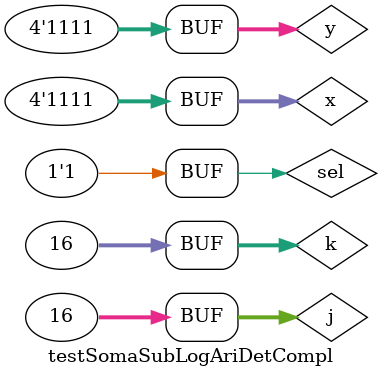
<source format=v>


module MS (Soma, Cout, x, y);

output Cout, Soma;
input x, y;

xor XOR1 (Soma, x, y);
and AND1 (Cout, x, y);

endmodule // MS

module SC (Soma1, Cout1, x1, y1, Cin);

output Cout1, Soma1;
input x1, y1, Cin;
wire t1, t2, t3;

MS MS1 (t2, t1, x1, y1);
MS MS2 (Soma1, t3, Cin, t2);
or Or1 (Cout1, t3, t1);

endmodule // SC

module compLogico (s, a, b);

output s;
input [3:0]a;
input [3:0]b;
wire t1, t2, t3, t4;

xnor XNOR1 (t1, a[0], b[0]);
xnor XNOR2 (t2, a[1], b[1]);
xnor XNOR3 (t3, a[2], b[2]);
xnor XNOR4 (t4, a[3], b[3]);
and AND1 (s, t1, t2, t3, t4);

endmodule // compLogico

module compAritmetico (menor, maior, a, b);

output menor, maior;
input [3:0]a;
input [3:0]b;
wire t[0:7];
wire t1, t2, t3, t4;


xnor XNOR2 (t2, a[1], b[1]);
xnor XNOR3 (t3, a[2], b[2]);
xnor XNOR4 (t4, a[3], b[3]);

and AND1 (t[0], a[0], ~b[0], t4, t3, t2);
and AND2 (t[1], a[1], ~b[1], t4, t3);
and AND3 (t[2], a[2], ~b[2], t4);
and AND4 (t[3], a[3], ~b[3]);

or OR1 (maior, t[0], t[1], t[2], t[3]);

and AND5 (t[4], ~a[0], b[0], t4, t3, t2);
and AND6 (t[5], ~a[1], b[1], t4, t3);
and AND7 (t[6], ~a[2], b[2], t4);
and AND8 (t[7], ~a[3], b[3]);

or OR2 (menor, t[4], t[5], t[6], t[7]);

endmodule // compAritmetico


module SomaSubLogAriDetCompl (compl ,s2 ,maior, menor, s1, s, vout, a, b, sel);

output vout, s1, maior, menor, s2; 
output [3:0]s;
output [3:0]compl;
input sel;
input [3:0]a;
input [3:0]b; 
wire v[0:6];

xor XOR1 (v[0], sel, b[0]);
xor XOR2 (v[1], sel, b[1]);
xor XOR3 (v[2], sel, b[2]);
xor XOR4 (v[3], sel, b[3]);

SC SC0 (s[0], v[4], a[0], v[0], sel);
SC SC1 (s[1], v[5], a[1], v[1], v[4]);
SC SC2 (s[2], v[6], a[2], v[2], v[5]);
SC SC3 (s[3], vout, a[3], v[3], v[6]);

and AND1 (s2, sel, ~vout);

not Not2 (compl[0], s[0]);
not Not3 (compl[1], s[1]);
not Not4 (compl[2], s[2]);
not Not5 (compl[3], s[3]);

compLogico compLogico1 (s1, a, b);

compAritmetico CA (menor, maior, a, b);

endmodule // SomaSubLogAriDet

// -------------------------------------------------
// -- test Somador subtrator 4 bits compl 1
// -------------------------------------------------

module testSomaSubLogAriDetCompl;

reg [3:0]x;
reg [3:0]y;
reg sel;
wire [3:0]s;
wire [3:0]s3;
wire s1, s2;
wire cout, maior, menor;
integer j, k;

// instancia 
SomaSubLogAriDetCompl COMPL1 (s3, s2 ,maior, menor, s1, s, cout, x, y, sel);

// parte principal

initial begin
sel = 0;
x = 0;
y = 0;
j = 0;

end

 initial begin 
 
      $display("\nguia06_04 - Ludmily Caldeira da Silva - 417290\n");
      $display("Test Somador Completo 4 bits com comparador logico e aritmetico, detector e complemento de 1\n");      
		$display("\nSel    a      b      Cout  Soma/Subt   Compl 1   a = b      a > b   a < b  detector\n");
      $monitor("%b     %4b    %4b     %b     %4b       %4b       %b          %b       %b       %b" , sel, x, y, cout, s, s3, s1, maior, menor, s2);
		
		for (j = 0; j < 16; j = j + 1) begin
					
			#1 x = j;		
													
				for (k = 0; k < 16; k = k + 1) begin
		
					#1 y = k; 					
								
			   end
				
		   end
					
			for (j = 0; j < 16; j = j + 1) begin
					
			#1 x = j; sel = 1;
													
				for (k = 0; k < 16; k = k + 1) begin
		
					#1 y = k; 					
								
			   end
		
	   end		
				
  end
 
endmodule // testSomaSubLogAridetCompl 

/* Resultados obtidos
     
    
     ----jGRASP exec: vvp guia06-04.vvp
    
    
    guia06_04 - Ludmily Caldeira da Silva - 417290
    
    Test Somador Completo 4 bits com comparador logico e aritmetico, detector e complemento de 1
    
    
    Sel    a      b      Cout  Soma/Subt   Compl 1   a = b      a > b   a < b  detector
    
    0     0000    0000     0     0000       1111       1          0       0       0
    0     0000    0001     0     0001       1110       0          0       1       0
    0     0000    0010     0     0010       1101       0          0       1       0
    0     0000    0011     0     0011       1100       0          0       1       0
    0     0000    0100     0     0100       1011       0          0       1       0
    0     0000    0101     0     0101       1010       0          0       1       0
    0     0000    0110     0     0110       1001       0          0       1       0
    0     0000    0111     0     0111       1000       0          0       1       0
    0     0000    1000     0     1000       0111       0          0       1       0
    0     0000    1001     0     1001       0110       0          0       1       0
    0     0000    1010     0     1010       0101       0          0       1       0
    0     0000    1011     0     1011       0100       0          0       1       0
    0     0000    1100     0     1100       0011       0          0       1       0
    0     0000    1101     0     1101       0010       0          0       1       0
    0     0000    1110     0     1110       0001       0          0       1       0
    0     0000    1111     0     1111       0000       0          0       1       0
    0     0001    1111     1     0000       1111       0          0       1       0
    0     0001    0000     0     0001       1110       0          1       0       0
    0     0001    0001     0     0010       1101       1          0       0       0
    0     0001    0010     0     0011       1100       0          0       1       0
    0     0001    0011     0     0100       1011       0          0       1       0
    0     0001    0100     0     0101       1010       0          0       1       0
    0     0001    0101     0     0110       1001       0          0       1       0
    0     0001    0110     0     0111       1000       0          0       1       0
    0     0001    0111     0     1000       0111       0          0       1       0
    0     0001    1000     0     1001       0110       0          0       1       0
    0     0001    1001     0     1010       0101       0          0       1       0
    0     0001    1010     0     1011       0100       0          0       1       0
    0     0001    1011     0     1100       0011       0          0       1       0
    0     0001    1100     0     1101       0010       0          0       1       0
    0     0001    1101     0     1110       0001       0          0       1       0
    0     0001    1110     0     1111       0000       0          0       1       0
    0     0001    1111     1     0000       1111       0          0       1       0
    0     0010    1111     1     0001       1110       0          0       1       0
    0     0010    0000     0     0010       1101       0          1       0       0
    0     0010    0001     0     0011       1100       0          1       0       0
    0     0010    0010     0     0100       1011       1          0       0       0
    0     0010    0011     0     0101       1010       0          0       1       0
    0     0010    0100     0     0110       1001       0          0       1       0
    0     0010    0101     0     0111       1000       0          0       1       0
    0     0010    0110     0     1000       0111       0          0       1       0
    0     0010    0111     0     1001       0110       0          0       1       0
    0     0010    1000     0     1010       0101       0          0       1       0
    0     0010    1001     0     1011       0100       0          0       1       0
    0     0010    1010     0     1100       0011       0          0       1       0
    0     0010    1011     0     1101       0010       0          0       1       0
    0     0010    1100     0     1110       0001       0          0       1       0
    0     0010    1101     0     1111       0000       0          0       1       0
    0     0010    1110     1     0000       1111       0          0       1       0
    0     0010    1111     1     0001       1110       0          0       1       0
    0     0011    1111     1     0010       1101       0          0       1       0
    0     0011    0000     0     0011       1100       0          1       0       0
    0     0011    0001     0     0100       1011       0          1       0       0
    0     0011    0010     0     0101       1010       0          1       0       0
    0     0011    0011     0     0110       1001       1          0       0       0
    0     0011    0100     0     0111       1000       0          0       1       0
    0     0011    0101     0     1000       0111       0          0       1       0
    0     0011    0110     0     1001       0110       0          0       1       0
    0     0011    0111     0     1010       0101       0          0       1       0
    0     0011    1000     0     1011       0100       0          0       1       0
    0     0011    1001     0     1100       0011       0          0       1       0
    0     0011    1010     0     1101       0010       0          0       1       0
    0     0011    1011     0     1110       0001       0          0       1       0
    0     0011    1100     0     1111       0000       0          0       1       0
    0     0011    1101     1     0000       1111       0          0       1       0
    0     0011    1110     1     0001       1110       0          0       1       0
    0     0011    1111     1     0010       1101       0          0       1       0
    0     0100    1111     1     0011       1100       0          0       1       0
    0     0100    0000     0     0100       1011       0          1       0       0
    0     0100    0001     0     0101       1010       0          1       0       0
    0     0100    0010     0     0110       1001       0          1       0       0
    0     0100    0011     0     0111       1000       0          1       0       0
    0     0100    0100     0     1000       0111       1          0       0       0
    0     0100    0101     0     1001       0110       0          0       1       0
    0     0100    0110     0     1010       0101       0          0       1       0
    0     0100    0111     0     1011       0100       0          0       1       0
    0     0100    1000     0     1100       0011       0          0       1       0
    0     0100    1001     0     1101       0010       0          0       1       0
    0     0100    1010     0     1110       0001       0          0       1       0
    0     0100    1011     0     1111       0000       0          0       1       0
    0     0100    1100     1     0000       1111       0          0       1       0
    0     0100    1101     1     0001       1110       0          0       1       0
    0     0100    1110     1     0010       1101       0          0       1       0
    0     0100    1111     1     0011       1100       0          0       1       0
    0     0101    1111     1     0100       1011       0          0       1       0
    0     0101    0000     0     0101       1010       0          1       0       0
    0     0101    0001     0     0110       1001       0          1       0       0
    0     0101    0010     0     0111       1000       0          1       0       0
    0     0101    0011     0     1000       0111       0          1       0       0
    0     0101    0100     0     1001       0110       0          1       0       0
    0     0101    0101     0     1010       0101       1          0       0       0
    0     0101    0110     0     1011       0100       0          0       1       0
    0     0101    0111     0     1100       0011       0          0       1       0
    0     0101    1000     0     1101       0010       0          0       1       0
    0     0101    1001     0     1110       0001       0          0       1       0
    0     0101    1010     0     1111       0000       0          0       1       0
    0     0101    1011     1     0000       1111       0          0       1       0
    0     0101    1100     1     0001       1110       0          0       1       0
    0     0101    1101     1     0010       1101       0          0       1       0
    0     0101    1110     1     0011       1100       0          0       1       0
    0     0101    1111     1     0100       1011       0          0       1       0
    0     0110    1111     1     0101       1010       0          0       1       0
    0     0110    0000     0     0110       1001       0          1       0       0
    0     0110    0001     0     0111       1000       0          1       0       0
    0     0110    0010     0     1000       0111       0          1       0       0
    0     0110    0011     0     1001       0110       0          1       0       0
    0     0110    0100     0     1010       0101       0          1       0       0
    0     0110    0101     0     1011       0100       0          1       0       0
    0     0110    0110     0     1100       0011       1          0       0       0
    0     0110    0111     0     1101       0010       0          0       1       0
    0     0110    1000     0     1110       0001       0          0       1       0
    0     0110    1001     0     1111       0000       0          0       1       0
    0     0110    1010     1     0000       1111       0          0       1       0
    0     0110    1011     1     0001       1110       0          0       1       0
    0     0110    1100     1     0010       1101       0          0       1       0
    0     0110    1101     1     0011       1100       0          0       1       0
    0     0110    1110     1     0100       1011       0          0       1       0
    0     0110    1111     1     0101       1010       0          0       1       0
    0     0111    1111     1     0110       1001       0          0       1       0
    0     0111    0000     0     0111       1000       0          1       0       0
    0     0111    0001     0     1000       0111       0          1       0       0
    0     0111    0010     0     1001       0110       0          1       0       0
    0     0111    0011     0     1010       0101       0          1       0       0
    0     0111    0100     0     1011       0100       0          1       0       0
    0     0111    0101     0     1100       0011       0          1       0       0
    0     0111    0110     0     1101       0010       0          1       0       0
    0     0111    0111     0     1110       0001       1          0       0       0
    0     0111    1000     0     1111       0000       0          0       1       0
    0     0111    1001     1     0000       1111       0          0       1       0
    0     0111    1010     1     0001       1110       0          0       1       0
    0     0111    1011     1     0010       1101       0          0       1       0
    0     0111    1100     1     0011       1100       0          0       1       0
    0     0111    1101     1     0100       1011       0          0       1       0
    0     0111    1110     1     0101       1010       0          0       1       0
    0     0111    1111     1     0110       1001       0          0       1       0
    0     1000    1111     1     0111       1000       0          0       1       0
    0     1000    0000     0     1000       0111       0          1       0       0
    0     1000    0001     0     1001       0110       0          1       0       0
    0     1000    0010     0     1010       0101       0          1       0       0
    0     1000    0011     0     1011       0100       0          1       0       0
    0     1000    0100     0     1100       0011       0          1       0       0
    0     1000    0101     0     1101       0010       0          1       0       0
    0     1000    0110     0     1110       0001       0          1       0       0
    0     1000    0111     0     1111       0000       0          1       0       0
    0     1000    1000     1     0000       1111       1          0       0       0
    0     1000    1001     1     0001       1110       0          0       1       0
    0     1000    1010     1     0010       1101       0          0       1       0
    0     1000    1011     1     0011       1100       0          0       1       0
    0     1000    1100     1     0100       1011       0          0       1       0
    0     1000    1101     1     0101       1010       0          0       1       0
    0     1000    1110     1     0110       1001       0          0       1       0
    0     1000    1111     1     0111       1000       0          0       1       0
    0     1001    1111     1     1000       0111       0          0       1       0
    0     1001    0000     0     1001       0110       0          1       0       0
    0     1001    0001     0     1010       0101       0          1       0       0
    0     1001    0010     0     1011       0100       0          1       0       0
    0     1001    0011     0     1100       0011       0          1       0       0
    0     1001    0100     0     1101       0010       0          1       0       0
    0     1001    0101     0     1110       0001       0          1       0       0
    0     1001    0110     0     1111       0000       0          1       0       0
    0     1001    0111     1     0000       1111       0          1       0       0
    0     1001    1000     1     0001       1110       0          1       0       0
    0     1001    1001     1     0010       1101       1          0       0       0
    0     1001    1010     1     0011       1100       0          0       1       0
    0     1001    1011     1     0100       1011       0          0       1       0
    0     1001    1100     1     0101       1010       0          0       1       0
    0     1001    1101     1     0110       1001       0          0       1       0
    0     1001    1110     1     0111       1000       0          0       1       0
    0     1001    1111     1     1000       0111       0          0       1       0
    0     1010    1111     1     1001       0110       0          0       1       0
    0     1010    0000     0     1010       0101       0          1       0       0
    0     1010    0001     0     1011       0100       0          1       0       0
    0     1010    0010     0     1100       0011       0          1       0       0
    0     1010    0011     0     1101       0010       0          1       0       0
    0     1010    0100     0     1110       0001       0          1       0       0
    0     1010    0101     0     1111       0000       0          1       0       0
    0     1010    0110     1     0000       1111       0          1       0       0
    0     1010    0111     1     0001       1110       0          1       0       0
    0     1010    1000     1     0010       1101       0          1       0       0
    0     1010    1001     1     0011       1100       0          1       0       0
    0     1010    1010     1     0100       1011       1          0       0       0
    0     1010    1011     1     0101       1010       0          0       1       0
    0     1010    1100     1     0110       1001       0          0       1       0
    0     1010    1101     1     0111       1000       0          0       1       0
    0     1010    1110     1     1000       0111       0          0       1       0
    0     1010    1111     1     1001       0110       0          0       1       0
    0     1011    1111     1     1010       0101       0          0       1       0
    0     1011    0000     0     1011       0100       0          1       0       0
    0     1011    0001     0     1100       0011       0          1       0       0
    0     1011    0010     0     1101       0010       0          1       0       0
    0     1011    0011     0     1110       0001       0          1       0       0
    0     1011    0100     0     1111       0000       0          1       0       0
    0     1011    0101     1     0000       1111       0          1       0       0
    0     1011    0110     1     0001       1110       0          1       0       0
    0     1011    0111     1     0010       1101       0          1       0       0
    0     1011    1000     1     0011       1100       0          1       0       0
    0     1011    1001     1     0100       1011       0          1       0       0
    0     1011    1010     1     0101       1010       0          1       0       0
    0     1011    1011     1     0110       1001       1          0       0       0
    0     1011    1100     1     0111       1000       0          0       1       0
    0     1011    1101     1     1000       0111       0          0       1       0
    0     1011    1110     1     1001       0110       0          0       1       0
    0     1011    1111     1     1010       0101       0          0       1       0
    0     1100    1111     1     1011       0100       0          0       1       0
    0     1100    0000     0     1100       0011       0          1       0       0
    0     1100    0001     0     1101       0010       0          1       0       0
    0     1100    0010     0     1110       0001       0          1       0       0
    0     1100    0011     0     1111       0000       0          1       0       0
    0     1100    0100     1     0000       1111       0          1       0       0
    0     1100    0101     1     0001       1110       0          1       0       0
    0     1100    0110     1     0010       1101       0          1       0       0
    0     1100    0111     1     0011       1100       0          1       0       0
    0     1100    1000     1     0100       1011       0          1       0       0
    0     1100    1001     1     0101       1010       0          1       0       0
    0     1100    1010     1     0110       1001       0          1       0       0
    0     1100    1011     1     0111       1000       0          1       0       0
    0     1100    1100     1     1000       0111       1          0       0       0
    0     1100    1101     1     1001       0110       0          0       1       0
    0     1100    1110     1     1010       0101       0          0       1       0
    0     1100    1111     1     1011       0100       0          0       1       0
    0     1101    1111     1     1100       0011       0          0       1       0
    0     1101    0000     0     1101       0010       0          1       0       0
    0     1101    0001     0     1110       0001       0          1       0       0
    0     1101    0010     0     1111       0000       0          1       0       0
    0     1101    0011     1     0000       1111       0          1       0       0
    0     1101    0100     1     0001       1110       0          1       0       0
    0     1101    0101     1     0010       1101       0          1       0       0
    0     1101    0110     1     0011       1100       0          1       0       0
    0     1101    0111     1     0100       1011       0          1       0       0
    0     1101    1000     1     0101       1010       0          1       0       0
    0     1101    1001     1     0110       1001       0          1       0       0
    0     1101    1010     1     0111       1000       0          1       0       0
    0     1101    1011     1     1000       0111       0          1       0       0
    0     1101    1100     1     1001       0110       0          1       0       0
    0     1101    1101     1     1010       0101       1          0       0       0
    0     1101    1110     1     1011       0100       0          0       1       0
    0     1101    1111     1     1100       0011       0          0       1       0
    0     1110    1111     1     1101       0010       0          0       1       0
    0     1110    0000     0     1110       0001       0          1       0       0
    0     1110    0001     0     1111       0000       0          1       0       0
    0     1110    0010     1     0000       1111       0          1       0       0
    0     1110    0011     1     0001       1110       0          1       0       0
    0     1110    0100     1     0010       1101       0          1       0       0
    0     1110    0101     1     0011       1100       0          1       0       0
    0     1110    0110     1     0100       1011       0          1       0       0
    0     1110    0111     1     0101       1010       0          1       0       0
    0     1110    1000     1     0110       1001       0          1       0       0
    0     1110    1001     1     0111       1000       0          1       0       0
    0     1110    1010     1     1000       0111       0          1       0       0
    0     1110    1011     1     1001       0110       0          1       0       0
    0     1110    1100     1     1010       0101       0          1       0       0
    0     1110    1101     1     1011       0100       0          1       0       0
    0     1110    1110     1     1100       0011       1          0       0       0
    0     1110    1111     1     1101       0010       0          0       1       0
    0     1111    1111     1     1110       0001       1          0       0       0
    0     1111    0000     0     1111       0000       0          1       0       0
    0     1111    0001     1     0000       1111       0          1       0       0
    0     1111    0010     1     0001       1110       0          1       0       0
    0     1111    0011     1     0010       1101       0          1       0       0
    0     1111    0100     1     0011       1100       0          1       0       0
    0     1111    0101     1     0100       1011       0          1       0       0
    0     1111    0110     1     0101       1010       0          1       0       0
    0     1111    0111     1     0110       1001       0          1       0       0
    0     1111    1000     1     0111       1000       0          1       0       0
    0     1111    1001     1     1000       0111       0          1       0       0
    0     1111    1010     1     1001       0110       0          1       0       0
    0     1111    1011     1     1010       0101       0          1       0       0
    0     1111    1100     1     1011       0100       0          1       0       0
    0     1111    1101     1     1100       0011       0          1       0       0
    0     1111    1110     1     1101       0010       0          1       0       0
    0     1111    1111     1     1110       0001       1          0       0       0
    1     0000    1111     0     0001       1110       0          0       1       1
    1     0000    0000     1     0000       1111       1          0       0       0
    1     0000    0001     0     1111       0000       0          0       1       1
    1     0000    0010     0     1110       0001       0          0       1       1
    1     0000    0011     0     1101       0010       0          0       1       1
    1     0000    0100     0     1100       0011       0          0       1       1
    1     0000    0101     0     1011       0100       0          0       1       1
    1     0000    0110     0     1010       0101       0          0       1       1
    1     0000    0111     0     1001       0110       0          0       1       1
    1     0000    1000     0     1000       0111       0          0       1       1
    1     0000    1001     0     0111       1000       0          0       1       1
    1     0000    1010     0     0110       1001       0          0       1       1
    1     0000    1011     0     0101       1010       0          0       1       1
    1     0000    1100     0     0100       1011       0          0       1       1
    1     0000    1101     0     0011       1100       0          0       1       1
    1     0000    1110     0     0010       1101       0          0       1       1
    1     0000    1111     0     0001       1110       0          0       1       1
    1     0001    1111     0     0010       1101       0          0       1       1
    1     0001    0000     1     0001       1110       0          1       0       0
    1     0001    0001     1     0000       1111       1          0       0       0
    1     0001    0010     0     1111       0000       0          0       1       1
    1     0001    0011     0     1110       0001       0          0       1       1
    1     0001    0100     0     1101       0010       0          0       1       1
    1     0001    0101     0     1100       0011       0          0       1       1
    1     0001    0110     0     1011       0100       0          0       1       1
    1     0001    0111     0     1010       0101       0          0       1       1
    1     0001    1000     0     1001       0110       0          0       1       1
    1     0001    1001     0     1000       0111       0          0       1       1
    1     0001    1010     0     0111       1000       0          0       1       1
    1     0001    1011     0     0110       1001       0          0       1       1
    1     0001    1100     0     0101       1010       0          0       1       1
    1     0001    1101     0     0100       1011       0          0       1       1
    1     0001    1110     0     0011       1100       0          0       1       1
    1     0001    1111     0     0010       1101       0          0       1       1
    1     0010    1111     0     0011       1100       0          0       1       1
    1     0010    0000     1     0010       1101       0          1       0       0
    1     0010    0001     1     0001       1110       0          1       0       0
    1     0010    0010     1     0000       1111       1          0       0       0
    1     0010    0011     0     1111       0000       0          0       1       1
    1     0010    0100     0     1110       0001       0          0       1       1
    1     0010    0101     0     1101       0010       0          0       1       1
    1     0010    0110     0     1100       0011       0          0       1       1
    1     0010    0111     0     1011       0100       0          0       1       1
    1     0010    1000     0     1010       0101       0          0       1       1
    1     0010    1001     0     1001       0110       0          0       1       1
    1     0010    1010     0     1000       0111       0          0       1       1
    1     0010    1011     0     0111       1000       0          0       1       1
    1     0010    1100     0     0110       1001       0          0       1       1
    1     0010    1101     0     0101       1010       0          0       1       1
    1     0010    1110     0     0100       1011       0          0       1       1
    1     0010    1111     0     0011       1100       0          0       1       1
    1     0011    1111     0     0100       1011       0          0       1       1
    1     0011    0000     1     0011       1100       0          1       0       0
    1     0011    0001     1     0010       1101       0          1       0       0
    1     0011    0010     1     0001       1110       0          1       0       0
    1     0011    0011     1     0000       1111       1          0       0       0
    1     0011    0100     0     1111       0000       0          0       1       1
    1     0011    0101     0     1110       0001       0          0       1       1
    1     0011    0110     0     1101       0010       0          0       1       1
    1     0011    0111     0     1100       0011       0          0       1       1
    1     0011    1000     0     1011       0100       0          0       1       1
    1     0011    1001     0     1010       0101       0          0       1       1
    1     0011    1010     0     1001       0110       0          0       1       1
    1     0011    1011     0     1000       0111       0          0       1       1
    1     0011    1100     0     0111       1000       0          0       1       1
    1     0011    1101     0     0110       1001       0          0       1       1
    1     0011    1110     0     0101       1010       0          0       1       1
    1     0011    1111     0     0100       1011       0          0       1       1
    1     0100    1111     0     0101       1010       0          0       1       1
    1     0100    0000     1     0100       1011       0          1       0       0
    1     0100    0001     1     0011       1100       0          1       0       0
    1     0100    0010     1     0010       1101       0          1       0       0
    1     0100    0011     1     0001       1110       0          1       0       0
    1     0100    0100     1     0000       1111       1          0       0       0
    1     0100    0101     0     1111       0000       0          0       1       1
    1     0100    0110     0     1110       0001       0          0       1       1
    1     0100    0111     0     1101       0010       0          0       1       1
    1     0100    1000     0     1100       0011       0          0       1       1
    1     0100    1001     0     1011       0100       0          0       1       1
    1     0100    1010     0     1010       0101       0          0       1       1
    1     0100    1011     0     1001       0110       0          0       1       1
    1     0100    1100     0     1000       0111       0          0       1       1
    1     0100    1101     0     0111       1000       0          0       1       1
    1     0100    1110     0     0110       1001       0          0       1       1
    1     0100    1111     0     0101       1010       0          0       1       1
    1     0101    1111     0     0110       1001       0          0       1       1
    1     0101    0000     1     0101       1010       0          1       0       0
    1     0101    0001     1     0100       1011       0          1       0       0
    1     0101    0010     1     0011       1100       0          1       0       0
    1     0101    0011     1     0010       1101       0          1       0       0
    1     0101    0100     1     0001       1110       0          1       0       0
    1     0101    0101     1     0000       1111       1          0       0       0
    1     0101    0110     0     1111       0000       0          0       1       1
    1     0101    0111     0     1110       0001       0          0       1       1
    1     0101    1000     0     1101       0010       0          0       1       1
    1     0101    1001     0     1100       0011       0          0       1       1
    1     0101    1010     0     1011       0100       0          0       1       1
    1     0101    1011     0     1010       0101       0          0       1       1
    1     0101    1100     0     1001       0110       0          0       1       1
    1     0101    1101     0     1000       0111       0          0       1       1
    1     0101    1110     0     0111       1000       0          0       1       1
    1     0101    1111     0     0110       1001       0          0       1       1
    1     0110    1111     0     0111       1000       0          0       1       1
    1     0110    0000     1     0110       1001       0          1       0       0
    1     0110    0001     1     0101       1010       0          1       0       0
    1     0110    0010     1     0100       1011       0          1       0       0
    1     0110    0011     1     0011       1100       0          1       0       0
    1     0110    0100     1     0010       1101       0          1       0       0
    1     0110    0101     1     0001       1110       0          1       0       0
    1     0110    0110     1     0000       1111       1          0       0       0
    1     0110    0111     0     1111       0000       0          0       1       1
    1     0110    1000     0     1110       0001       0          0       1       1
    1     0110    1001     0     1101       0010       0          0       1       1
    1     0110    1010     0     1100       0011       0          0       1       1
    1     0110    1011     0     1011       0100       0          0       1       1
    1     0110    1100     0     1010       0101       0          0       1       1
    1     0110    1101     0     1001       0110       0          0       1       1
    1     0110    1110     0     1000       0111       0          0       1       1
    1     0110    1111     0     0111       1000       0          0       1       1
    1     0111    1111     0     1000       0111       0          0       1       1
    1     0111    0000     1     0111       1000       0          1       0       0
    1     0111    0001     1     0110       1001       0          1       0       0
    1     0111    0010     1     0101       1010       0          1       0       0
    1     0111    0011     1     0100       1011       0          1       0       0
    1     0111    0100     1     0011       1100       0          1       0       0
    1     0111    0101     1     0010       1101       0          1       0       0
    1     0111    0110     1     0001       1110       0          1       0       0
    1     0111    0111     1     0000       1111       1          0       0       0
    1     0111    1000     0     1111       0000       0          0       1       1
    1     0111    1001     0     1110       0001       0          0       1       1
    1     0111    1010     0     1101       0010       0          0       1       1
    1     0111    1011     0     1100       0011       0          0       1       1
    1     0111    1100     0     1011       0100       0          0       1       1
    1     0111    1101     0     1010       0101       0          0       1       1
    1     0111    1110     0     1001       0110       0          0       1       1
    1     0111    1111     0     1000       0111       0          0       1       1
    1     1000    1111     0     1001       0110       0          0       1       1
    1     1000    0000     1     1000       0111       0          1       0       0
    1     1000    0001     1     0111       1000       0          1       0       0
    1     1000    0010     1     0110       1001       0          1       0       0
    1     1000    0011     1     0101       1010       0          1       0       0
    1     1000    0100     1     0100       1011       0          1       0       0
    1     1000    0101     1     0011       1100       0          1       0       0
    1     1000    0110     1     0010       1101       0          1       0       0
    1     1000    0111     1     0001       1110       0          1       0       0
    1     1000    1000     1     0000       1111       1          0       0       0
    1     1000    1001     0     1111       0000       0          0       1       1
    1     1000    1010     0     1110       0001       0          0       1       1
    1     1000    1011     0     1101       0010       0          0       1       1
    1     1000    1100     0     1100       0011       0          0       1       1
    1     1000    1101     0     1011       0100       0          0       1       1
    1     1000    1110     0     1010       0101       0          0       1       1
    1     1000    1111     0     1001       0110       0          0       1       1
    1     1001    1111     0     1010       0101       0          0       1       1
    1     1001    0000     1     1001       0110       0          1       0       0
    1     1001    0001     1     1000       0111       0          1       0       0
    1     1001    0010     1     0111       1000       0          1       0       0
    1     1001    0011     1     0110       1001       0          1       0       0
    1     1001    0100     1     0101       1010       0          1       0       0
    1     1001    0101     1     0100       1011       0          1       0       0
    1     1001    0110     1     0011       1100       0          1       0       0
    1     1001    0111     1     0010       1101       0          1       0       0
    1     1001    1000     1     0001       1110       0          1       0       0
    1     1001    1001     1     0000       1111       1          0       0       0
    1     1001    1010     0     1111       0000       0          0       1       1
    1     1001    1011     0     1110       0001       0          0       1       1
    1     1001    1100     0     1101       0010       0          0       1       1
    1     1001    1101     0     1100       0011       0          0       1       1
    1     1001    1110     0     1011       0100       0          0       1       1
    1     1001    1111     0     1010       0101       0          0       1       1
    1     1010    1111     0     1011       0100       0          0       1       1
    1     1010    0000     1     1010       0101       0          1       0       0
    1     1010    0001     1     1001       0110       0          1       0       0
    1     1010    0010     1     1000       0111       0          1       0       0
    1     1010    0011     1     0111       1000       0          1       0       0
    1     1010    0100     1     0110       1001       0          1       0       0
    1     1010    0101     1     0101       1010       0          1       0       0
    1     1010    0110     1     0100       1011       0          1       0       0
    1     1010    0111     1     0011       1100       0          1       0       0
    1     1010    1000     1     0010       1101       0          1       0       0
    1     1010    1001     1     0001       1110       0          1       0       0
    1     1010    1010     1     0000       1111       1          0       0       0
    1     1010    1011     0     1111       0000       0          0       1       1
    1     1010    1100     0     1110       0001       0          0       1       1
    1     1010    1101     0     1101       0010       0          0       1       1
    1     1010    1110     0     1100       0011       0          0       1       1
    1     1010    1111     0     1011       0100       0          0       1       1
    1     1011    1111     0     1100       0011       0          0       1       1
    1     1011    0000     1     1011       0100       0          1       0       0
    1     1011    0001     1     1010       0101       0          1       0       0
    1     1011    0010     1     1001       0110       0          1       0       0
    1     1011    0011     1     1000       0111       0          1       0       0
    1     1011    0100     1     0111       1000       0          1       0       0
    1     1011    0101     1     0110       1001       0          1       0       0
    1     1011    0110     1     0101       1010       0          1       0       0
    1     1011    0111     1     0100       1011       0          1       0       0
    1     1011    1000     1     0011       1100       0          1       0       0
    1     1011    1001     1     0010       1101       0          1       0       0
    1     1011    1010     1     0001       1110       0          1       0       0
    1     1011    1011     1     0000       1111       1          0       0       0
    1     1011    1100     0     1111       0000       0          0       1       1
    1     1011    1101     0     1110       0001       0          0       1       1
    1     1011    1110     0     1101       0010       0          0       1       1
    1     1011    1111     0     1100       0011       0          0       1       1
    1     1100    1111     0     1101       0010       0          0       1       1
    1     1100    0000     1     1100       0011       0          1       0       0
    1     1100    0001     1     1011       0100       0          1       0       0
    1     1100    0010     1     1010       0101       0          1       0       0
    1     1100    0011     1     1001       0110       0          1       0       0
    1     1100    0100     1     1000       0111       0          1       0       0
    1     1100    0101     1     0111       1000       0          1       0       0
    1     1100    0110     1     0110       1001       0          1       0       0
    1     1100    0111     1     0101       1010       0          1       0       0
    1     1100    1000     1     0100       1011       0          1       0       0
    1     1100    1001     1     0011       1100       0          1       0       0
    1     1100    1010     1     0010       1101       0          1       0       0
    1     1100    1011     1     0001       1110       0          1       0       0
    1     1100    1100     1     0000       1111       1          0       0       0
    1     1100    1101     0     1111       0000       0          0       1       1
    1     1100    1110     0     1110       0001       0          0       1       1
    1     1100    1111     0     1101       0010       0          0       1       1
    1     1101    1111     0     1110       0001       0          0       1       1
    1     1101    0000     1     1101       0010       0          1       0       0
    1     1101    0001     1     1100       0011       0          1       0       0
    1     1101    0010     1     1011       0100       0          1       0       0
    1     1101    0011     1     1010       0101       0          1       0       0
    1     1101    0100     1     1001       0110       0          1       0       0
    1     1101    0101     1     1000       0111       0          1       0       0
    1     1101    0110     1     0111       1000       0          1       0       0
    1     1101    0111     1     0110       1001       0          1       0       0
    1     1101    1000     1     0101       1010       0          1       0       0
    1     1101    1001     1     0100       1011       0          1       0       0
    1     1101    1010     1     0011       1100       0          1       0       0
    1     1101    1011     1     0010       1101       0          1       0       0
    1     1101    1100     1     0001       1110       0          1       0       0
    1     1101    1101     1     0000       1111       1          0       0       0
    1     1101    1110     0     1111       0000       0          0       1       1
    1     1101    1111     0     1110       0001       0          0       1       1
    1     1110    1111     0     1111       0000       0          0       1       1
    1     1110    0000     1     1110       0001       0          1       0       0
    1     1110    0001     1     1101       0010       0          1       0       0
    1     1110    0010     1     1100       0011       0          1       0       0
    1     1110    0011     1     1011       0100       0          1       0       0
    1     1110    0100     1     1010       0101       0          1       0       0
    1     1110    0101     1     1001       0110       0          1       0       0
    1     1110    0110     1     1000       0111       0          1       0       0
    1     1110    0111     1     0111       1000       0          1       0       0
    1     1110    1000     1     0110       1001       0          1       0       0
    1     1110    1001     1     0101       1010       0          1       0       0
    1     1110    1010     1     0100       1011       0          1       0       0
    1     1110    1011     1     0011       1100       0          1       0       0
    1     1110    1100     1     0010       1101       0          1       0       0
    1     1110    1101     1     0001       1110       0          1       0       0
    1     1110    1110     1     0000       1111       1          0       0       0
    1     1110    1111     0     1111       0000       0          0       1       1
    1     1111    1111     1     0000       1111       1          0       0       0
    1     1111    0000     1     1111       0000       0          1       0       0
    1     1111    0001     1     1110       0001       0          1       0       0
    1     1111    0010     1     1101       0010       0          1       0       0
    1     1111    0011     1     1100       0011       0          1       0       0
    1     1111    0100     1     1011       0100       0          1       0       0
    1     1111    0101     1     1010       0101       0          1       0       0
    1     1111    0110     1     1001       0110       0          1       0       0
    1     1111    0111     1     1000       0111       0          1       0       0
    1     1111    1000     1     0111       1000       0          1       0       0
    1     1111    1001     1     0110       1001       0          1       0       0
    1     1111    1010     1     0101       1010       0          1       0       0
    1     1111    1011     1     0100       1011       0          1       0       0
    1     1111    1100     1     0011       1100       0          1       0       0
    1     1111    1101     1     0010       1101       0          1       0       0
    1     1111    1110     1     0001       1110       0          1       0       0
    1     1111    1111     1     0000       1111       1          0       0       0
    
     ----jGRASP: operation complete.
             */
</source>
